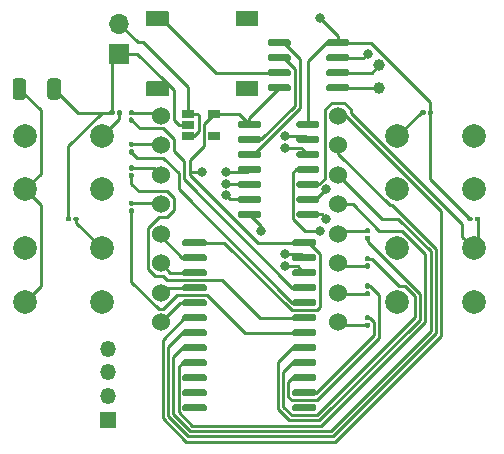
<source format=gtl>
G04 #@! TF.GenerationSoftware,KiCad,Pcbnew,5.1.10*
G04 #@! TF.CreationDate,2021-12-20T19:27:34-06:00*
G04 #@! TF.ProjectId,notawatch,6e6f7461-7761-4746-9368-2e6b69636164,rev?*
G04 #@! TF.SameCoordinates,Original*
G04 #@! TF.FileFunction,Copper,L1,Top*
G04 #@! TF.FilePolarity,Positive*
%FSLAX46Y46*%
G04 Gerber Fmt 4.6, Leading zero omitted, Abs format (unit mm)*
G04 Created by KiCad (PCBNEW 5.1.10) date 2021-12-20 19:27:34*
%MOMM*%
%LPD*%
G01*
G04 APERTURE LIST*
G04 #@! TA.AperFunction,SMDPad,CuDef*
%ADD10C,0.100000*%
G04 #@! TD*
G04 #@! TA.AperFunction,ComponentPad*
%ADD11O,1.350000X1.350000*%
G04 #@! TD*
G04 #@! TA.AperFunction,ComponentPad*
%ADD12R,1.350000X1.350000*%
G04 #@! TD*
G04 #@! TA.AperFunction,ComponentPad*
%ADD13C,1.000000*%
G04 #@! TD*
G04 #@! TA.AperFunction,ComponentPad*
%ADD14C,1.524000*%
G04 #@! TD*
G04 #@! TA.AperFunction,ComponentPad*
%ADD15C,2.000000*%
G04 #@! TD*
G04 #@! TA.AperFunction,SMDPad,CuDef*
%ADD16R,1.060000X0.650000*%
G04 #@! TD*
G04 #@! TA.AperFunction,ComponentPad*
%ADD17R,1.700000X1.700000*%
G04 #@! TD*
G04 #@! TA.AperFunction,ComponentPad*
%ADD18O,1.700000X1.700000*%
G04 #@! TD*
G04 #@! TA.AperFunction,ViaPad*
%ADD19C,0.800000*%
G04 #@! TD*
G04 #@! TA.AperFunction,Conductor*
%ADD20C,0.250000*%
G04 #@! TD*
G04 APERTURE END LIST*
G04 #@! TA.AperFunction,SMDPad,CuDef*
D10*
G36*
X152689755Y-91350961D02*
G01*
X152699134Y-91353806D01*
X152707779Y-91358427D01*
X152715355Y-91364645D01*
X152721573Y-91372221D01*
X152726194Y-91380866D01*
X152729039Y-91390245D01*
X152730000Y-91400000D01*
X152730000Y-92550000D01*
X152729039Y-92559755D01*
X152726194Y-92569134D01*
X152721573Y-92577779D01*
X152715355Y-92585355D01*
X152707779Y-92591573D01*
X152699134Y-92596194D01*
X152689755Y-92599039D01*
X152680000Y-92600000D01*
X150900000Y-92600000D01*
X150890245Y-92599039D01*
X150880866Y-92596194D01*
X150872221Y-92591573D01*
X150864645Y-92585355D01*
X150858427Y-92577779D01*
X150853806Y-92569134D01*
X150850961Y-92559755D01*
X150850000Y-92550000D01*
X150850000Y-91400000D01*
X150850961Y-91390245D01*
X150853806Y-91380866D01*
X150858427Y-91372221D01*
X150864645Y-91364645D01*
X150872221Y-91358427D01*
X150880866Y-91353806D01*
X150890245Y-91350961D01*
X150900000Y-91350000D01*
X152680000Y-91350000D01*
X152689755Y-91350961D01*
G37*
G04 #@! TD.AperFunction*
G04 #@! TA.AperFunction,SMDPad,CuDef*
G36*
X152689755Y-85400961D02*
G01*
X152699134Y-85403806D01*
X152707779Y-85408427D01*
X152715355Y-85414645D01*
X152721573Y-85422221D01*
X152726194Y-85430866D01*
X152729039Y-85440245D01*
X152730000Y-85450000D01*
X152730000Y-86600000D01*
X152729039Y-86609755D01*
X152726194Y-86619134D01*
X152721573Y-86627779D01*
X152715355Y-86635355D01*
X152707779Y-86641573D01*
X152699134Y-86646194D01*
X152689755Y-86649039D01*
X152680000Y-86650000D01*
X150900000Y-86650000D01*
X150890245Y-86649039D01*
X150880866Y-86646194D01*
X150872221Y-86641573D01*
X150864645Y-86635355D01*
X150858427Y-86627779D01*
X150853806Y-86619134D01*
X150850961Y-86609755D01*
X150850000Y-86600000D01*
X150850000Y-85450000D01*
X150850961Y-85440245D01*
X150853806Y-85430866D01*
X150858427Y-85422221D01*
X150864645Y-85414645D01*
X150872221Y-85408427D01*
X150880866Y-85403806D01*
X150890245Y-85400961D01*
X150900000Y-85400000D01*
X152680000Y-85400000D01*
X152689755Y-85400961D01*
G37*
G04 #@! TD.AperFunction*
G04 #@! TA.AperFunction,SMDPad,CuDef*
G36*
X145109755Y-91350961D02*
G01*
X145119134Y-91353806D01*
X145127779Y-91358427D01*
X145135355Y-91364645D01*
X145141573Y-91372221D01*
X145146194Y-91380866D01*
X145149039Y-91390245D01*
X145150000Y-91400000D01*
X145150000Y-92550000D01*
X145149039Y-92559755D01*
X145146194Y-92569134D01*
X145141573Y-92577779D01*
X145135355Y-92585355D01*
X145127779Y-92591573D01*
X145119134Y-92596194D01*
X145109755Y-92599039D01*
X145100000Y-92600000D01*
X143320000Y-92600000D01*
X143310245Y-92599039D01*
X143300866Y-92596194D01*
X143292221Y-92591573D01*
X143284645Y-92585355D01*
X143278427Y-92577779D01*
X143273806Y-92569134D01*
X143270961Y-92559755D01*
X143270000Y-92550000D01*
X143270000Y-91400000D01*
X143270961Y-91390245D01*
X143273806Y-91380866D01*
X143278427Y-91372221D01*
X143284645Y-91364645D01*
X143292221Y-91358427D01*
X143300866Y-91353806D01*
X143310245Y-91350961D01*
X143320000Y-91350000D01*
X145100000Y-91350000D01*
X145109755Y-91350961D01*
G37*
G04 #@! TD.AperFunction*
G04 #@! TA.AperFunction,SMDPad,CuDef*
G36*
X145109755Y-85400961D02*
G01*
X145119134Y-85403806D01*
X145127779Y-85408427D01*
X145135355Y-85414645D01*
X145141573Y-85422221D01*
X145146194Y-85430866D01*
X145149039Y-85440245D01*
X145150000Y-85450000D01*
X145150000Y-86600000D01*
X145149039Y-86609755D01*
X145146194Y-86619134D01*
X145141573Y-86627779D01*
X145135355Y-86635355D01*
X145127779Y-86641573D01*
X145119134Y-86646194D01*
X145109755Y-86649039D01*
X145100000Y-86650000D01*
X143320000Y-86650000D01*
X143310245Y-86649039D01*
X143300866Y-86646194D01*
X143292221Y-86641573D01*
X143284645Y-86635355D01*
X143278427Y-86627779D01*
X143273806Y-86619134D01*
X143270961Y-86609755D01*
X143270000Y-86600000D01*
X143270000Y-85450000D01*
X143270961Y-85440245D01*
X143273806Y-85430866D01*
X143278427Y-85422221D01*
X143284645Y-85414645D01*
X143292221Y-85408427D01*
X143300866Y-85403806D01*
X143310245Y-85400961D01*
X143320000Y-85400000D01*
X145100000Y-85400000D01*
X145109755Y-85400961D01*
G37*
G04 #@! TD.AperFunction*
G04 #@! TA.AperFunction,SMDPad,CuDef*
G36*
G01*
X131950000Y-92650001D02*
X131950000Y-91349999D01*
G75*
G02*
X132199999Y-91100000I249999J0D01*
G01*
X132850001Y-91100000D01*
G75*
G02*
X133100000Y-91349999I0J-249999D01*
G01*
X133100000Y-92650001D01*
G75*
G02*
X132850001Y-92900000I-249999J0D01*
G01*
X132199999Y-92900000D01*
G75*
G02*
X131950000Y-92650001I0J249999D01*
G01*
G37*
G04 #@! TD.AperFunction*
G04 #@! TA.AperFunction,SMDPad,CuDef*
G36*
G01*
X134900000Y-92650001D02*
X134900000Y-91349999D01*
G75*
G02*
X135149999Y-91100000I249999J0D01*
G01*
X135800001Y-91100000D01*
G75*
G02*
X136050000Y-91349999I0J-249999D01*
G01*
X136050000Y-92650001D01*
G75*
G02*
X135800001Y-92900000I-249999J0D01*
G01*
X135149999Y-92900000D01*
G75*
G02*
X134900000Y-92650001I0J249999D01*
G01*
G37*
G04 #@! TD.AperFunction*
D11*
X140000000Y-114000000D03*
X140000000Y-116000000D03*
X140000000Y-118000000D03*
D12*
X140000000Y-120000000D03*
G04 #@! TA.AperFunction,SMDPad,CuDef*
G36*
G01*
X155975000Y-95150000D02*
X155975000Y-94850000D01*
G75*
G02*
X156125000Y-94700000I150000J0D01*
G01*
X157775000Y-94700000D01*
G75*
G02*
X157925000Y-94850000I0J-150000D01*
G01*
X157925000Y-95150000D01*
G75*
G02*
X157775000Y-95300000I-150000J0D01*
G01*
X156125000Y-95300000D01*
G75*
G02*
X155975000Y-95150000I0J150000D01*
G01*
G37*
G04 #@! TD.AperFunction*
G04 #@! TA.AperFunction,SMDPad,CuDef*
G36*
G01*
X155975000Y-96420000D02*
X155975000Y-96120000D01*
G75*
G02*
X156125000Y-95970000I150000J0D01*
G01*
X157775000Y-95970000D01*
G75*
G02*
X157925000Y-96120000I0J-150000D01*
G01*
X157925000Y-96420000D01*
G75*
G02*
X157775000Y-96570000I-150000J0D01*
G01*
X156125000Y-96570000D01*
G75*
G02*
X155975000Y-96420000I0J150000D01*
G01*
G37*
G04 #@! TD.AperFunction*
G04 #@! TA.AperFunction,SMDPad,CuDef*
G36*
G01*
X155975000Y-97690000D02*
X155975000Y-97390000D01*
G75*
G02*
X156125000Y-97240000I150000J0D01*
G01*
X157775000Y-97240000D01*
G75*
G02*
X157925000Y-97390000I0J-150000D01*
G01*
X157925000Y-97690000D01*
G75*
G02*
X157775000Y-97840000I-150000J0D01*
G01*
X156125000Y-97840000D01*
G75*
G02*
X155975000Y-97690000I0J150000D01*
G01*
G37*
G04 #@! TD.AperFunction*
G04 #@! TA.AperFunction,SMDPad,CuDef*
G36*
G01*
X155975000Y-98960000D02*
X155975000Y-98660000D01*
G75*
G02*
X156125000Y-98510000I150000J0D01*
G01*
X157775000Y-98510000D01*
G75*
G02*
X157925000Y-98660000I0J-150000D01*
G01*
X157925000Y-98960000D01*
G75*
G02*
X157775000Y-99110000I-150000J0D01*
G01*
X156125000Y-99110000D01*
G75*
G02*
X155975000Y-98960000I0J150000D01*
G01*
G37*
G04 #@! TD.AperFunction*
G04 #@! TA.AperFunction,SMDPad,CuDef*
G36*
G01*
X155975000Y-100230000D02*
X155975000Y-99930000D01*
G75*
G02*
X156125000Y-99780000I150000J0D01*
G01*
X157775000Y-99780000D01*
G75*
G02*
X157925000Y-99930000I0J-150000D01*
G01*
X157925000Y-100230000D01*
G75*
G02*
X157775000Y-100380000I-150000J0D01*
G01*
X156125000Y-100380000D01*
G75*
G02*
X155975000Y-100230000I0J150000D01*
G01*
G37*
G04 #@! TD.AperFunction*
G04 #@! TA.AperFunction,SMDPad,CuDef*
G36*
G01*
X155975000Y-101500000D02*
X155975000Y-101200000D01*
G75*
G02*
X156125000Y-101050000I150000J0D01*
G01*
X157775000Y-101050000D01*
G75*
G02*
X157925000Y-101200000I0J-150000D01*
G01*
X157925000Y-101500000D01*
G75*
G02*
X157775000Y-101650000I-150000J0D01*
G01*
X156125000Y-101650000D01*
G75*
G02*
X155975000Y-101500000I0J150000D01*
G01*
G37*
G04 #@! TD.AperFunction*
G04 #@! TA.AperFunction,SMDPad,CuDef*
G36*
G01*
X155975000Y-102770000D02*
X155975000Y-102470000D01*
G75*
G02*
X156125000Y-102320000I150000J0D01*
G01*
X157775000Y-102320000D01*
G75*
G02*
X157925000Y-102470000I0J-150000D01*
G01*
X157925000Y-102770000D01*
G75*
G02*
X157775000Y-102920000I-150000J0D01*
G01*
X156125000Y-102920000D01*
G75*
G02*
X155975000Y-102770000I0J150000D01*
G01*
G37*
G04 #@! TD.AperFunction*
G04 #@! TA.AperFunction,SMDPad,CuDef*
G36*
G01*
X151025000Y-102770000D02*
X151025000Y-102470000D01*
G75*
G02*
X151175000Y-102320000I150000J0D01*
G01*
X152825000Y-102320000D01*
G75*
G02*
X152975000Y-102470000I0J-150000D01*
G01*
X152975000Y-102770000D01*
G75*
G02*
X152825000Y-102920000I-150000J0D01*
G01*
X151175000Y-102920000D01*
G75*
G02*
X151025000Y-102770000I0J150000D01*
G01*
G37*
G04 #@! TD.AperFunction*
G04 #@! TA.AperFunction,SMDPad,CuDef*
G36*
G01*
X151025000Y-101500000D02*
X151025000Y-101200000D01*
G75*
G02*
X151175000Y-101050000I150000J0D01*
G01*
X152825000Y-101050000D01*
G75*
G02*
X152975000Y-101200000I0J-150000D01*
G01*
X152975000Y-101500000D01*
G75*
G02*
X152825000Y-101650000I-150000J0D01*
G01*
X151175000Y-101650000D01*
G75*
G02*
X151025000Y-101500000I0J150000D01*
G01*
G37*
G04 #@! TD.AperFunction*
G04 #@! TA.AperFunction,SMDPad,CuDef*
G36*
G01*
X151025000Y-100230000D02*
X151025000Y-99930000D01*
G75*
G02*
X151175000Y-99780000I150000J0D01*
G01*
X152825000Y-99780000D01*
G75*
G02*
X152975000Y-99930000I0J-150000D01*
G01*
X152975000Y-100230000D01*
G75*
G02*
X152825000Y-100380000I-150000J0D01*
G01*
X151175000Y-100380000D01*
G75*
G02*
X151025000Y-100230000I0J150000D01*
G01*
G37*
G04 #@! TD.AperFunction*
G04 #@! TA.AperFunction,SMDPad,CuDef*
G36*
G01*
X151025000Y-98960000D02*
X151025000Y-98660000D01*
G75*
G02*
X151175000Y-98510000I150000J0D01*
G01*
X152825000Y-98510000D01*
G75*
G02*
X152975000Y-98660000I0J-150000D01*
G01*
X152975000Y-98960000D01*
G75*
G02*
X152825000Y-99110000I-150000J0D01*
G01*
X151175000Y-99110000D01*
G75*
G02*
X151025000Y-98960000I0J150000D01*
G01*
G37*
G04 #@! TD.AperFunction*
G04 #@! TA.AperFunction,SMDPad,CuDef*
G36*
G01*
X151025000Y-97690000D02*
X151025000Y-97390000D01*
G75*
G02*
X151175000Y-97240000I150000J0D01*
G01*
X152825000Y-97240000D01*
G75*
G02*
X152975000Y-97390000I0J-150000D01*
G01*
X152975000Y-97690000D01*
G75*
G02*
X152825000Y-97840000I-150000J0D01*
G01*
X151175000Y-97840000D01*
G75*
G02*
X151025000Y-97690000I0J150000D01*
G01*
G37*
G04 #@! TD.AperFunction*
G04 #@! TA.AperFunction,SMDPad,CuDef*
G36*
G01*
X151025000Y-96420000D02*
X151025000Y-96120000D01*
G75*
G02*
X151175000Y-95970000I150000J0D01*
G01*
X152825000Y-95970000D01*
G75*
G02*
X152975000Y-96120000I0J-150000D01*
G01*
X152975000Y-96420000D01*
G75*
G02*
X152825000Y-96570000I-150000J0D01*
G01*
X151175000Y-96570000D01*
G75*
G02*
X151025000Y-96420000I0J150000D01*
G01*
G37*
G04 #@! TD.AperFunction*
G04 #@! TA.AperFunction,SMDPad,CuDef*
G36*
G01*
X151025000Y-95150000D02*
X151025000Y-94850000D01*
G75*
G02*
X151175000Y-94700000I150000J0D01*
G01*
X152825000Y-94700000D01*
G75*
G02*
X152975000Y-94850000I0J-150000D01*
G01*
X152975000Y-95150000D01*
G75*
G02*
X152825000Y-95300000I-150000J0D01*
G01*
X151175000Y-95300000D01*
G75*
G02*
X151025000Y-95150000I0J150000D01*
G01*
G37*
G04 #@! TD.AperFunction*
D13*
X163000000Y-90000000D03*
X163000000Y-91900000D03*
D14*
X159500000Y-111750000D03*
X159500000Y-109250000D03*
X159500000Y-106750000D03*
X159500000Y-104250000D03*
X159500000Y-94250000D03*
X159500000Y-96750000D03*
X159500000Y-99250000D03*
X159500000Y-101750000D03*
X144500000Y-111750000D03*
X144500000Y-109250000D03*
X144500000Y-106750000D03*
X144500000Y-94250000D03*
X144500000Y-96750000D03*
X144500000Y-99250000D03*
X144500000Y-104250000D03*
X144500000Y-101750000D03*
G04 #@! TA.AperFunction,SMDPad,CuDef*
G36*
G01*
X155625000Y-105165000D02*
X155625000Y-104865000D01*
G75*
G02*
X155775000Y-104715000I150000J0D01*
G01*
X157525000Y-104715000D01*
G75*
G02*
X157675000Y-104865000I0J-150000D01*
G01*
X157675000Y-105165000D01*
G75*
G02*
X157525000Y-105315000I-150000J0D01*
G01*
X155775000Y-105315000D01*
G75*
G02*
X155625000Y-105165000I0J150000D01*
G01*
G37*
G04 #@! TD.AperFunction*
G04 #@! TA.AperFunction,SMDPad,CuDef*
G36*
G01*
X155625000Y-106435000D02*
X155625000Y-106135000D01*
G75*
G02*
X155775000Y-105985000I150000J0D01*
G01*
X157525000Y-105985000D01*
G75*
G02*
X157675000Y-106135000I0J-150000D01*
G01*
X157675000Y-106435000D01*
G75*
G02*
X157525000Y-106585000I-150000J0D01*
G01*
X155775000Y-106585000D01*
G75*
G02*
X155625000Y-106435000I0J150000D01*
G01*
G37*
G04 #@! TD.AperFunction*
G04 #@! TA.AperFunction,SMDPad,CuDef*
G36*
G01*
X155625000Y-107705000D02*
X155625000Y-107405000D01*
G75*
G02*
X155775000Y-107255000I150000J0D01*
G01*
X157525000Y-107255000D01*
G75*
G02*
X157675000Y-107405000I0J-150000D01*
G01*
X157675000Y-107705000D01*
G75*
G02*
X157525000Y-107855000I-150000J0D01*
G01*
X155775000Y-107855000D01*
G75*
G02*
X155625000Y-107705000I0J150000D01*
G01*
G37*
G04 #@! TD.AperFunction*
G04 #@! TA.AperFunction,SMDPad,CuDef*
G36*
G01*
X155625000Y-108975000D02*
X155625000Y-108675000D01*
G75*
G02*
X155775000Y-108525000I150000J0D01*
G01*
X157525000Y-108525000D01*
G75*
G02*
X157675000Y-108675000I0J-150000D01*
G01*
X157675000Y-108975000D01*
G75*
G02*
X157525000Y-109125000I-150000J0D01*
G01*
X155775000Y-109125000D01*
G75*
G02*
X155625000Y-108975000I0J150000D01*
G01*
G37*
G04 #@! TD.AperFunction*
G04 #@! TA.AperFunction,SMDPad,CuDef*
G36*
G01*
X155625000Y-110245000D02*
X155625000Y-109945000D01*
G75*
G02*
X155775000Y-109795000I150000J0D01*
G01*
X157525000Y-109795000D01*
G75*
G02*
X157675000Y-109945000I0J-150000D01*
G01*
X157675000Y-110245000D01*
G75*
G02*
X157525000Y-110395000I-150000J0D01*
G01*
X155775000Y-110395000D01*
G75*
G02*
X155625000Y-110245000I0J150000D01*
G01*
G37*
G04 #@! TD.AperFunction*
G04 #@! TA.AperFunction,SMDPad,CuDef*
G36*
G01*
X155625000Y-111515000D02*
X155625000Y-111215000D01*
G75*
G02*
X155775000Y-111065000I150000J0D01*
G01*
X157525000Y-111065000D01*
G75*
G02*
X157675000Y-111215000I0J-150000D01*
G01*
X157675000Y-111515000D01*
G75*
G02*
X157525000Y-111665000I-150000J0D01*
G01*
X155775000Y-111665000D01*
G75*
G02*
X155625000Y-111515000I0J150000D01*
G01*
G37*
G04 #@! TD.AperFunction*
G04 #@! TA.AperFunction,SMDPad,CuDef*
G36*
G01*
X155625000Y-112785000D02*
X155625000Y-112485000D01*
G75*
G02*
X155775000Y-112335000I150000J0D01*
G01*
X157525000Y-112335000D01*
G75*
G02*
X157675000Y-112485000I0J-150000D01*
G01*
X157675000Y-112785000D01*
G75*
G02*
X157525000Y-112935000I-150000J0D01*
G01*
X155775000Y-112935000D01*
G75*
G02*
X155625000Y-112785000I0J150000D01*
G01*
G37*
G04 #@! TD.AperFunction*
G04 #@! TA.AperFunction,SMDPad,CuDef*
G36*
G01*
X155625000Y-114055000D02*
X155625000Y-113755000D01*
G75*
G02*
X155775000Y-113605000I150000J0D01*
G01*
X157525000Y-113605000D01*
G75*
G02*
X157675000Y-113755000I0J-150000D01*
G01*
X157675000Y-114055000D01*
G75*
G02*
X157525000Y-114205000I-150000J0D01*
G01*
X155775000Y-114205000D01*
G75*
G02*
X155625000Y-114055000I0J150000D01*
G01*
G37*
G04 #@! TD.AperFunction*
G04 #@! TA.AperFunction,SMDPad,CuDef*
G36*
G01*
X155625000Y-115325000D02*
X155625000Y-115025000D01*
G75*
G02*
X155775000Y-114875000I150000J0D01*
G01*
X157525000Y-114875000D01*
G75*
G02*
X157675000Y-115025000I0J-150000D01*
G01*
X157675000Y-115325000D01*
G75*
G02*
X157525000Y-115475000I-150000J0D01*
G01*
X155775000Y-115475000D01*
G75*
G02*
X155625000Y-115325000I0J150000D01*
G01*
G37*
G04 #@! TD.AperFunction*
G04 #@! TA.AperFunction,SMDPad,CuDef*
G36*
G01*
X155625000Y-116595000D02*
X155625000Y-116295000D01*
G75*
G02*
X155775000Y-116145000I150000J0D01*
G01*
X157525000Y-116145000D01*
G75*
G02*
X157675000Y-116295000I0J-150000D01*
G01*
X157675000Y-116595000D01*
G75*
G02*
X157525000Y-116745000I-150000J0D01*
G01*
X155775000Y-116745000D01*
G75*
G02*
X155625000Y-116595000I0J150000D01*
G01*
G37*
G04 #@! TD.AperFunction*
G04 #@! TA.AperFunction,SMDPad,CuDef*
G36*
G01*
X155625000Y-117865000D02*
X155625000Y-117565000D01*
G75*
G02*
X155775000Y-117415000I150000J0D01*
G01*
X157525000Y-117415000D01*
G75*
G02*
X157675000Y-117565000I0J-150000D01*
G01*
X157675000Y-117865000D01*
G75*
G02*
X157525000Y-118015000I-150000J0D01*
G01*
X155775000Y-118015000D01*
G75*
G02*
X155625000Y-117865000I0J150000D01*
G01*
G37*
G04 #@! TD.AperFunction*
G04 #@! TA.AperFunction,SMDPad,CuDef*
G36*
G01*
X155625000Y-119135000D02*
X155625000Y-118835000D01*
G75*
G02*
X155775000Y-118685000I150000J0D01*
G01*
X157525000Y-118685000D01*
G75*
G02*
X157675000Y-118835000I0J-150000D01*
G01*
X157675000Y-119135000D01*
G75*
G02*
X157525000Y-119285000I-150000J0D01*
G01*
X155775000Y-119285000D01*
G75*
G02*
X155625000Y-119135000I0J150000D01*
G01*
G37*
G04 #@! TD.AperFunction*
G04 #@! TA.AperFunction,SMDPad,CuDef*
G36*
G01*
X146325000Y-119135000D02*
X146325000Y-118835000D01*
G75*
G02*
X146475000Y-118685000I150000J0D01*
G01*
X148225000Y-118685000D01*
G75*
G02*
X148375000Y-118835000I0J-150000D01*
G01*
X148375000Y-119135000D01*
G75*
G02*
X148225000Y-119285000I-150000J0D01*
G01*
X146475000Y-119285000D01*
G75*
G02*
X146325000Y-119135000I0J150000D01*
G01*
G37*
G04 #@! TD.AperFunction*
G04 #@! TA.AperFunction,SMDPad,CuDef*
G36*
G01*
X146325000Y-117865000D02*
X146325000Y-117565000D01*
G75*
G02*
X146475000Y-117415000I150000J0D01*
G01*
X148225000Y-117415000D01*
G75*
G02*
X148375000Y-117565000I0J-150000D01*
G01*
X148375000Y-117865000D01*
G75*
G02*
X148225000Y-118015000I-150000J0D01*
G01*
X146475000Y-118015000D01*
G75*
G02*
X146325000Y-117865000I0J150000D01*
G01*
G37*
G04 #@! TD.AperFunction*
G04 #@! TA.AperFunction,SMDPad,CuDef*
G36*
G01*
X146325000Y-116595000D02*
X146325000Y-116295000D01*
G75*
G02*
X146475000Y-116145000I150000J0D01*
G01*
X148225000Y-116145000D01*
G75*
G02*
X148375000Y-116295000I0J-150000D01*
G01*
X148375000Y-116595000D01*
G75*
G02*
X148225000Y-116745000I-150000J0D01*
G01*
X146475000Y-116745000D01*
G75*
G02*
X146325000Y-116595000I0J150000D01*
G01*
G37*
G04 #@! TD.AperFunction*
G04 #@! TA.AperFunction,SMDPad,CuDef*
G36*
G01*
X146325000Y-115325000D02*
X146325000Y-115025000D01*
G75*
G02*
X146475000Y-114875000I150000J0D01*
G01*
X148225000Y-114875000D01*
G75*
G02*
X148375000Y-115025000I0J-150000D01*
G01*
X148375000Y-115325000D01*
G75*
G02*
X148225000Y-115475000I-150000J0D01*
G01*
X146475000Y-115475000D01*
G75*
G02*
X146325000Y-115325000I0J150000D01*
G01*
G37*
G04 #@! TD.AperFunction*
G04 #@! TA.AperFunction,SMDPad,CuDef*
G36*
G01*
X146325000Y-114055000D02*
X146325000Y-113755000D01*
G75*
G02*
X146475000Y-113605000I150000J0D01*
G01*
X148225000Y-113605000D01*
G75*
G02*
X148375000Y-113755000I0J-150000D01*
G01*
X148375000Y-114055000D01*
G75*
G02*
X148225000Y-114205000I-150000J0D01*
G01*
X146475000Y-114205000D01*
G75*
G02*
X146325000Y-114055000I0J150000D01*
G01*
G37*
G04 #@! TD.AperFunction*
G04 #@! TA.AperFunction,SMDPad,CuDef*
G36*
G01*
X146325000Y-112785000D02*
X146325000Y-112485000D01*
G75*
G02*
X146475000Y-112335000I150000J0D01*
G01*
X148225000Y-112335000D01*
G75*
G02*
X148375000Y-112485000I0J-150000D01*
G01*
X148375000Y-112785000D01*
G75*
G02*
X148225000Y-112935000I-150000J0D01*
G01*
X146475000Y-112935000D01*
G75*
G02*
X146325000Y-112785000I0J150000D01*
G01*
G37*
G04 #@! TD.AperFunction*
G04 #@! TA.AperFunction,SMDPad,CuDef*
G36*
G01*
X146325000Y-111515000D02*
X146325000Y-111215000D01*
G75*
G02*
X146475000Y-111065000I150000J0D01*
G01*
X148225000Y-111065000D01*
G75*
G02*
X148375000Y-111215000I0J-150000D01*
G01*
X148375000Y-111515000D01*
G75*
G02*
X148225000Y-111665000I-150000J0D01*
G01*
X146475000Y-111665000D01*
G75*
G02*
X146325000Y-111515000I0J150000D01*
G01*
G37*
G04 #@! TD.AperFunction*
G04 #@! TA.AperFunction,SMDPad,CuDef*
G36*
G01*
X146325000Y-110245000D02*
X146325000Y-109945000D01*
G75*
G02*
X146475000Y-109795000I150000J0D01*
G01*
X148225000Y-109795000D01*
G75*
G02*
X148375000Y-109945000I0J-150000D01*
G01*
X148375000Y-110245000D01*
G75*
G02*
X148225000Y-110395000I-150000J0D01*
G01*
X146475000Y-110395000D01*
G75*
G02*
X146325000Y-110245000I0J150000D01*
G01*
G37*
G04 #@! TD.AperFunction*
G04 #@! TA.AperFunction,SMDPad,CuDef*
G36*
G01*
X146325000Y-108975000D02*
X146325000Y-108675000D01*
G75*
G02*
X146475000Y-108525000I150000J0D01*
G01*
X148225000Y-108525000D01*
G75*
G02*
X148375000Y-108675000I0J-150000D01*
G01*
X148375000Y-108975000D01*
G75*
G02*
X148225000Y-109125000I-150000J0D01*
G01*
X146475000Y-109125000D01*
G75*
G02*
X146325000Y-108975000I0J150000D01*
G01*
G37*
G04 #@! TD.AperFunction*
G04 #@! TA.AperFunction,SMDPad,CuDef*
G36*
G01*
X146325000Y-107705000D02*
X146325000Y-107405000D01*
G75*
G02*
X146475000Y-107255000I150000J0D01*
G01*
X148225000Y-107255000D01*
G75*
G02*
X148375000Y-107405000I0J-150000D01*
G01*
X148375000Y-107705000D01*
G75*
G02*
X148225000Y-107855000I-150000J0D01*
G01*
X146475000Y-107855000D01*
G75*
G02*
X146325000Y-107705000I0J150000D01*
G01*
G37*
G04 #@! TD.AperFunction*
G04 #@! TA.AperFunction,SMDPad,CuDef*
G36*
G01*
X146325000Y-106435000D02*
X146325000Y-106135000D01*
G75*
G02*
X146475000Y-105985000I150000J0D01*
G01*
X148225000Y-105985000D01*
G75*
G02*
X148375000Y-106135000I0J-150000D01*
G01*
X148375000Y-106435000D01*
G75*
G02*
X148225000Y-106585000I-150000J0D01*
G01*
X146475000Y-106585000D01*
G75*
G02*
X146325000Y-106435000I0J150000D01*
G01*
G37*
G04 #@! TD.AperFunction*
G04 #@! TA.AperFunction,SMDPad,CuDef*
G36*
G01*
X146325000Y-105165000D02*
X146325000Y-104865000D01*
G75*
G02*
X146475000Y-104715000I150000J0D01*
G01*
X148225000Y-104715000D01*
G75*
G02*
X148375000Y-104865000I0J-150000D01*
G01*
X148375000Y-105165000D01*
G75*
G02*
X148225000Y-105315000I-150000J0D01*
G01*
X146475000Y-105315000D01*
G75*
G02*
X146325000Y-105165000I0J150000D01*
G01*
G37*
G04 #@! TD.AperFunction*
G04 #@! TA.AperFunction,SMDPad,CuDef*
G36*
G01*
X160450000Y-91755000D02*
X160450000Y-92055000D01*
G75*
G02*
X160300000Y-92205000I-150000J0D01*
G01*
X158650000Y-92205000D01*
G75*
G02*
X158500000Y-92055000I0J150000D01*
G01*
X158500000Y-91755000D01*
G75*
G02*
X158650000Y-91605000I150000J0D01*
G01*
X160300000Y-91605000D01*
G75*
G02*
X160450000Y-91755000I0J-150000D01*
G01*
G37*
G04 #@! TD.AperFunction*
G04 #@! TA.AperFunction,SMDPad,CuDef*
G36*
G01*
X160450000Y-90485000D02*
X160450000Y-90785000D01*
G75*
G02*
X160300000Y-90935000I-150000J0D01*
G01*
X158650000Y-90935000D01*
G75*
G02*
X158500000Y-90785000I0J150000D01*
G01*
X158500000Y-90485000D01*
G75*
G02*
X158650000Y-90335000I150000J0D01*
G01*
X160300000Y-90335000D01*
G75*
G02*
X160450000Y-90485000I0J-150000D01*
G01*
G37*
G04 #@! TD.AperFunction*
G04 #@! TA.AperFunction,SMDPad,CuDef*
G36*
G01*
X160450000Y-89215000D02*
X160450000Y-89515000D01*
G75*
G02*
X160300000Y-89665000I-150000J0D01*
G01*
X158650000Y-89665000D01*
G75*
G02*
X158500000Y-89515000I0J150000D01*
G01*
X158500000Y-89215000D01*
G75*
G02*
X158650000Y-89065000I150000J0D01*
G01*
X160300000Y-89065000D01*
G75*
G02*
X160450000Y-89215000I0J-150000D01*
G01*
G37*
G04 #@! TD.AperFunction*
G04 #@! TA.AperFunction,SMDPad,CuDef*
G36*
G01*
X160450000Y-87945000D02*
X160450000Y-88245000D01*
G75*
G02*
X160300000Y-88395000I-150000J0D01*
G01*
X158650000Y-88395000D01*
G75*
G02*
X158500000Y-88245000I0J150000D01*
G01*
X158500000Y-87945000D01*
G75*
G02*
X158650000Y-87795000I150000J0D01*
G01*
X160300000Y-87795000D01*
G75*
G02*
X160450000Y-87945000I0J-150000D01*
G01*
G37*
G04 #@! TD.AperFunction*
G04 #@! TA.AperFunction,SMDPad,CuDef*
G36*
G01*
X155500000Y-87945000D02*
X155500000Y-88245000D01*
G75*
G02*
X155350000Y-88395000I-150000J0D01*
G01*
X153700000Y-88395000D01*
G75*
G02*
X153550000Y-88245000I0J150000D01*
G01*
X153550000Y-87945000D01*
G75*
G02*
X153700000Y-87795000I150000J0D01*
G01*
X155350000Y-87795000D01*
G75*
G02*
X155500000Y-87945000I0J-150000D01*
G01*
G37*
G04 #@! TD.AperFunction*
G04 #@! TA.AperFunction,SMDPad,CuDef*
G36*
G01*
X155500000Y-89215000D02*
X155500000Y-89515000D01*
G75*
G02*
X155350000Y-89665000I-150000J0D01*
G01*
X153700000Y-89665000D01*
G75*
G02*
X153550000Y-89515000I0J150000D01*
G01*
X153550000Y-89215000D01*
G75*
G02*
X153700000Y-89065000I150000J0D01*
G01*
X155350000Y-89065000D01*
G75*
G02*
X155500000Y-89215000I0J-150000D01*
G01*
G37*
G04 #@! TD.AperFunction*
G04 #@! TA.AperFunction,SMDPad,CuDef*
G36*
G01*
X155500000Y-90485000D02*
X155500000Y-90785000D01*
G75*
G02*
X155350000Y-90935000I-150000J0D01*
G01*
X153700000Y-90935000D01*
G75*
G02*
X153550000Y-90785000I0J150000D01*
G01*
X153550000Y-90485000D01*
G75*
G02*
X153700000Y-90335000I150000J0D01*
G01*
X155350000Y-90335000D01*
G75*
G02*
X155500000Y-90485000I0J-150000D01*
G01*
G37*
G04 #@! TD.AperFunction*
G04 #@! TA.AperFunction,SMDPad,CuDef*
G36*
G01*
X155500000Y-91755000D02*
X155500000Y-92055000D01*
G75*
G02*
X155350000Y-92205000I-150000J0D01*
G01*
X153700000Y-92205000D01*
G75*
G02*
X153550000Y-92055000I0J150000D01*
G01*
X153550000Y-91755000D01*
G75*
G02*
X153700000Y-91605000I150000J0D01*
G01*
X155350000Y-91605000D01*
G75*
G02*
X155500000Y-91755000I0J-150000D01*
G01*
G37*
G04 #@! TD.AperFunction*
D15*
X171000000Y-105500000D03*
X171000000Y-110000000D03*
X164500000Y-105500000D03*
X164500000Y-110000000D03*
X171000000Y-96000000D03*
X171000000Y-100500000D03*
X164500000Y-96000000D03*
X164500000Y-100500000D03*
X139500000Y-105500000D03*
X139500000Y-110000000D03*
X133000000Y-105500000D03*
X133000000Y-110000000D03*
X139500000Y-96000000D03*
X139500000Y-100500000D03*
X133000000Y-96000000D03*
X133000000Y-100500000D03*
G04 #@! TA.AperFunction,SMDPad,CuDef*
G36*
G01*
X161900000Y-109090000D02*
X162100000Y-109090000D01*
G75*
G02*
X162200000Y-109190000I0J-100000D01*
G01*
X162200000Y-109450000D01*
G75*
G02*
X162100000Y-109550000I-100000J0D01*
G01*
X161900000Y-109550000D01*
G75*
G02*
X161800000Y-109450000I0J100000D01*
G01*
X161800000Y-109190000D01*
G75*
G02*
X161900000Y-109090000I100000J0D01*
G01*
G37*
G04 #@! TD.AperFunction*
G04 #@! TA.AperFunction,SMDPad,CuDef*
G36*
G01*
X161900000Y-108450000D02*
X162100000Y-108450000D01*
G75*
G02*
X162200000Y-108550000I0J-100000D01*
G01*
X162200000Y-108810000D01*
G75*
G02*
X162100000Y-108910000I-100000J0D01*
G01*
X161900000Y-108910000D01*
G75*
G02*
X161800000Y-108810000I0J100000D01*
G01*
X161800000Y-108550000D01*
G75*
G02*
X161900000Y-108450000I100000J0D01*
G01*
G37*
G04 #@! TD.AperFunction*
G04 #@! TA.AperFunction,SMDPad,CuDef*
G36*
G01*
X162100000Y-104230000D02*
X161900000Y-104230000D01*
G75*
G02*
X161800000Y-104130000I0J100000D01*
G01*
X161800000Y-103870000D01*
G75*
G02*
X161900000Y-103770000I100000J0D01*
G01*
X162100000Y-103770000D01*
G75*
G02*
X162200000Y-103870000I0J-100000D01*
G01*
X162200000Y-104130000D01*
G75*
G02*
X162100000Y-104230000I-100000J0D01*
G01*
G37*
G04 #@! TD.AperFunction*
G04 #@! TA.AperFunction,SMDPad,CuDef*
G36*
G01*
X162100000Y-104870000D02*
X161900000Y-104870000D01*
G75*
G02*
X161800000Y-104770000I0J100000D01*
G01*
X161800000Y-104510000D01*
G75*
G02*
X161900000Y-104410000I100000J0D01*
G01*
X162100000Y-104410000D01*
G75*
G02*
X162200000Y-104510000I0J-100000D01*
G01*
X162200000Y-104770000D01*
G75*
G02*
X162100000Y-104870000I-100000J0D01*
G01*
G37*
G04 #@! TD.AperFunction*
G04 #@! TA.AperFunction,SMDPad,CuDef*
G36*
G01*
X161900000Y-111770000D02*
X162100000Y-111770000D01*
G75*
G02*
X162200000Y-111870000I0J-100000D01*
G01*
X162200000Y-112130000D01*
G75*
G02*
X162100000Y-112230000I-100000J0D01*
G01*
X161900000Y-112230000D01*
G75*
G02*
X161800000Y-112130000I0J100000D01*
G01*
X161800000Y-111870000D01*
G75*
G02*
X161900000Y-111770000I100000J0D01*
G01*
G37*
G04 #@! TD.AperFunction*
G04 #@! TA.AperFunction,SMDPad,CuDef*
G36*
G01*
X161900000Y-111130000D02*
X162100000Y-111130000D01*
G75*
G02*
X162200000Y-111230000I0J-100000D01*
G01*
X162200000Y-111490000D01*
G75*
G02*
X162100000Y-111590000I-100000J0D01*
G01*
X161900000Y-111590000D01*
G75*
G02*
X161800000Y-111490000I0J100000D01*
G01*
X161800000Y-111230000D01*
G75*
G02*
X161900000Y-111130000I100000J0D01*
G01*
G37*
G04 #@! TD.AperFunction*
G04 #@! TA.AperFunction,SMDPad,CuDef*
G36*
G01*
X161900000Y-106770000D02*
X162100000Y-106770000D01*
G75*
G02*
X162200000Y-106870000I0J-100000D01*
G01*
X162200000Y-107130000D01*
G75*
G02*
X162100000Y-107230000I-100000J0D01*
G01*
X161900000Y-107230000D01*
G75*
G02*
X161800000Y-107130000I0J100000D01*
G01*
X161800000Y-106870000D01*
G75*
G02*
X161900000Y-106770000I100000J0D01*
G01*
G37*
G04 #@! TD.AperFunction*
G04 #@! TA.AperFunction,SMDPad,CuDef*
G36*
G01*
X161900000Y-106130000D02*
X162100000Y-106130000D01*
G75*
G02*
X162200000Y-106230000I0J-100000D01*
G01*
X162200000Y-106490000D01*
G75*
G02*
X162100000Y-106590000I-100000J0D01*
G01*
X161900000Y-106590000D01*
G75*
G02*
X161800000Y-106490000I0J100000D01*
G01*
X161800000Y-106230000D01*
G75*
G02*
X161900000Y-106130000I100000J0D01*
G01*
G37*
G04 #@! TD.AperFunction*
G04 #@! TA.AperFunction,SMDPad,CuDef*
G36*
G01*
X141900000Y-99090000D02*
X142100000Y-99090000D01*
G75*
G02*
X142200000Y-99190000I0J-100000D01*
G01*
X142200000Y-99450000D01*
G75*
G02*
X142100000Y-99550000I-100000J0D01*
G01*
X141900000Y-99550000D01*
G75*
G02*
X141800000Y-99450000I0J100000D01*
G01*
X141800000Y-99190000D01*
G75*
G02*
X141900000Y-99090000I100000J0D01*
G01*
G37*
G04 #@! TD.AperFunction*
G04 #@! TA.AperFunction,SMDPad,CuDef*
G36*
G01*
X141900000Y-98450000D02*
X142100000Y-98450000D01*
G75*
G02*
X142200000Y-98550000I0J-100000D01*
G01*
X142200000Y-98810000D01*
G75*
G02*
X142100000Y-98910000I-100000J0D01*
G01*
X141900000Y-98910000D01*
G75*
G02*
X141800000Y-98810000I0J100000D01*
G01*
X141800000Y-98550000D01*
G75*
G02*
X141900000Y-98450000I100000J0D01*
G01*
G37*
G04 #@! TD.AperFunction*
G04 #@! TA.AperFunction,SMDPad,CuDef*
G36*
G01*
X141900000Y-94410000D02*
X142100000Y-94410000D01*
G75*
G02*
X142200000Y-94510000I0J-100000D01*
G01*
X142200000Y-94770000D01*
G75*
G02*
X142100000Y-94870000I-100000J0D01*
G01*
X141900000Y-94870000D01*
G75*
G02*
X141800000Y-94770000I0J100000D01*
G01*
X141800000Y-94510000D01*
G75*
G02*
X141900000Y-94410000I100000J0D01*
G01*
G37*
G04 #@! TD.AperFunction*
G04 #@! TA.AperFunction,SMDPad,CuDef*
G36*
G01*
X141900000Y-93770000D02*
X142100000Y-93770000D01*
G75*
G02*
X142200000Y-93870000I0J-100000D01*
G01*
X142200000Y-94130000D01*
G75*
G02*
X142100000Y-94230000I-100000J0D01*
G01*
X141900000Y-94230000D01*
G75*
G02*
X141800000Y-94130000I0J100000D01*
G01*
X141800000Y-93870000D01*
G75*
G02*
X141900000Y-93770000I100000J0D01*
G01*
G37*
G04 #@! TD.AperFunction*
G04 #@! TA.AperFunction,SMDPad,CuDef*
G36*
G01*
X141900000Y-102090000D02*
X142100000Y-102090000D01*
G75*
G02*
X142200000Y-102190000I0J-100000D01*
G01*
X142200000Y-102450000D01*
G75*
G02*
X142100000Y-102550000I-100000J0D01*
G01*
X141900000Y-102550000D01*
G75*
G02*
X141800000Y-102450000I0J100000D01*
G01*
X141800000Y-102190000D01*
G75*
G02*
X141900000Y-102090000I100000J0D01*
G01*
G37*
G04 #@! TD.AperFunction*
G04 #@! TA.AperFunction,SMDPad,CuDef*
G36*
G01*
X141900000Y-101450000D02*
X142100000Y-101450000D01*
G75*
G02*
X142200000Y-101550000I0J-100000D01*
G01*
X142200000Y-101810000D01*
G75*
G02*
X142100000Y-101910000I-100000J0D01*
G01*
X141900000Y-101910000D01*
G75*
G02*
X141800000Y-101810000I0J100000D01*
G01*
X141800000Y-101550000D01*
G75*
G02*
X141900000Y-101450000I100000J0D01*
G01*
G37*
G04 #@! TD.AperFunction*
G04 #@! TA.AperFunction,SMDPad,CuDef*
G36*
G01*
X141900000Y-97090000D02*
X142100000Y-97090000D01*
G75*
G02*
X142200000Y-97190000I0J-100000D01*
G01*
X142200000Y-97450000D01*
G75*
G02*
X142100000Y-97550000I-100000J0D01*
G01*
X141900000Y-97550000D01*
G75*
G02*
X141800000Y-97450000I0J100000D01*
G01*
X141800000Y-97190000D01*
G75*
G02*
X141900000Y-97090000I100000J0D01*
G01*
G37*
G04 #@! TD.AperFunction*
G04 #@! TA.AperFunction,SMDPad,CuDef*
G36*
G01*
X141900000Y-96450000D02*
X142100000Y-96450000D01*
G75*
G02*
X142200000Y-96550000I0J-100000D01*
G01*
X142200000Y-96810000D01*
G75*
G02*
X142100000Y-96910000I-100000J0D01*
G01*
X141900000Y-96910000D01*
G75*
G02*
X141800000Y-96810000I0J100000D01*
G01*
X141800000Y-96550000D01*
G75*
G02*
X141900000Y-96450000I100000J0D01*
G01*
G37*
G04 #@! TD.AperFunction*
G04 #@! TA.AperFunction,SMDPad,CuDef*
G36*
G01*
X171090000Y-103100000D02*
X171090000Y-102900000D01*
G75*
G02*
X171190000Y-102800000I100000J0D01*
G01*
X171450000Y-102800000D01*
G75*
G02*
X171550000Y-102900000I0J-100000D01*
G01*
X171550000Y-103100000D01*
G75*
G02*
X171450000Y-103200000I-100000J0D01*
G01*
X171190000Y-103200000D01*
G75*
G02*
X171090000Y-103100000I0J100000D01*
G01*
G37*
G04 #@! TD.AperFunction*
G04 #@! TA.AperFunction,SMDPad,CuDef*
G36*
G01*
X170450000Y-103100000D02*
X170450000Y-102900000D01*
G75*
G02*
X170550000Y-102800000I100000J0D01*
G01*
X170810000Y-102800000D01*
G75*
G02*
X170910000Y-102900000I0J-100000D01*
G01*
X170910000Y-103100000D01*
G75*
G02*
X170810000Y-103200000I-100000J0D01*
G01*
X170550000Y-103200000D01*
G75*
G02*
X170450000Y-103100000I0J100000D01*
G01*
G37*
G04 #@! TD.AperFunction*
G04 #@! TA.AperFunction,SMDPad,CuDef*
G36*
G01*
X166910000Y-93900000D02*
X166910000Y-94100000D01*
G75*
G02*
X166810000Y-94200000I-100000J0D01*
G01*
X166550000Y-94200000D01*
G75*
G02*
X166450000Y-94100000I0J100000D01*
G01*
X166450000Y-93900000D01*
G75*
G02*
X166550000Y-93800000I100000J0D01*
G01*
X166810000Y-93800000D01*
G75*
G02*
X166910000Y-93900000I0J-100000D01*
G01*
G37*
G04 #@! TD.AperFunction*
G04 #@! TA.AperFunction,SMDPad,CuDef*
G36*
G01*
X167550000Y-93900000D02*
X167550000Y-94100000D01*
G75*
G02*
X167450000Y-94200000I-100000J0D01*
G01*
X167190000Y-94200000D01*
G75*
G02*
X167090000Y-94100000I0J100000D01*
G01*
X167090000Y-93900000D01*
G75*
G02*
X167190000Y-93800000I100000J0D01*
G01*
X167450000Y-93800000D01*
G75*
G02*
X167550000Y-93900000I0J-100000D01*
G01*
G37*
G04 #@! TD.AperFunction*
G04 #@! TA.AperFunction,SMDPad,CuDef*
G36*
G01*
X140770000Y-94100000D02*
X140770000Y-93900000D01*
G75*
G02*
X140870000Y-93800000I100000J0D01*
G01*
X141130000Y-93800000D01*
G75*
G02*
X141230000Y-93900000I0J-100000D01*
G01*
X141230000Y-94100000D01*
G75*
G02*
X141130000Y-94200000I-100000J0D01*
G01*
X140870000Y-94200000D01*
G75*
G02*
X140770000Y-94100000I0J100000D01*
G01*
G37*
G04 #@! TD.AperFunction*
G04 #@! TA.AperFunction,SMDPad,CuDef*
G36*
G01*
X140130000Y-94100000D02*
X140130000Y-93900000D01*
G75*
G02*
X140230000Y-93800000I100000J0D01*
G01*
X140490000Y-93800000D01*
G75*
G02*
X140590000Y-93900000I0J-100000D01*
G01*
X140590000Y-94100000D01*
G75*
G02*
X140490000Y-94200000I-100000J0D01*
G01*
X140230000Y-94200000D01*
G75*
G02*
X140130000Y-94100000I0J100000D01*
G01*
G37*
G04 #@! TD.AperFunction*
G04 #@! TA.AperFunction,SMDPad,CuDef*
G36*
G01*
X137090000Y-103100000D02*
X137090000Y-102900000D01*
G75*
G02*
X137190000Y-102800000I100000J0D01*
G01*
X137450000Y-102800000D01*
G75*
G02*
X137550000Y-102900000I0J-100000D01*
G01*
X137550000Y-103100000D01*
G75*
G02*
X137450000Y-103200000I-100000J0D01*
G01*
X137190000Y-103200000D01*
G75*
G02*
X137090000Y-103100000I0J100000D01*
G01*
G37*
G04 #@! TD.AperFunction*
G04 #@! TA.AperFunction,SMDPad,CuDef*
G36*
G01*
X136450000Y-103100000D02*
X136450000Y-102900000D01*
G75*
G02*
X136550000Y-102800000I100000J0D01*
G01*
X136810000Y-102800000D01*
G75*
G02*
X136910000Y-102900000I0J-100000D01*
G01*
X136910000Y-103100000D01*
G75*
G02*
X136810000Y-103200000I-100000J0D01*
G01*
X136550000Y-103200000D01*
G75*
G02*
X136450000Y-103100000I0J100000D01*
G01*
G37*
G04 #@! TD.AperFunction*
D16*
X146800000Y-94100000D03*
X146800000Y-95050000D03*
X146800000Y-96000000D03*
X149000000Y-96000000D03*
X149000000Y-94100000D03*
D17*
X141000000Y-89000000D03*
D18*
X141000000Y-86460000D03*
D19*
X158000000Y-86000000D03*
X158000000Y-104000000D03*
X150000000Y-101000000D03*
X150000000Y-100000000D03*
X155000000Y-107000000D03*
X155000000Y-96000000D03*
X155000000Y-106000000D03*
X155000000Y-97000000D03*
X153000000Y-104000000D03*
X150000000Y-99000000D03*
X158500000Y-100500000D03*
X158500000Y-103000000D03*
X162000000Y-89000000D03*
X148000000Y-99000000D03*
D20*
X139538998Y-94000000D02*
X140360000Y-94000000D01*
X136680000Y-96858998D02*
X139538998Y-94000000D01*
X136680000Y-103000000D02*
X136680000Y-96858998D01*
X167320000Y-99640000D02*
X170680000Y-103000000D01*
X167320000Y-94000000D02*
X167320000Y-99640000D01*
X167320000Y-93098998D02*
X162316002Y-88095000D01*
X162316002Y-88095000D02*
X159475000Y-88095000D01*
X167320000Y-94000000D02*
X167320000Y-93098998D01*
X144500000Y-91000000D02*
X145000000Y-91500000D01*
X146020000Y-95050000D02*
X146800000Y-95050000D01*
X145587001Y-94617001D02*
X146020000Y-95050000D01*
X145587001Y-92087001D02*
X145587001Y-94617001D01*
X145000000Y-91500000D02*
X145587001Y-92087001D01*
X137475000Y-94000000D02*
X135475000Y-92000000D01*
X139538998Y-94000000D02*
X137475000Y-94000000D01*
X156950000Y-89645000D02*
X156950000Y-95000000D01*
X158500000Y-88095000D02*
X156950000Y-89645000D01*
X159475000Y-88095000D02*
X158500000Y-88095000D01*
X159475000Y-88095000D02*
X159475000Y-87475000D01*
X159475000Y-87475000D02*
X158000000Y-86000000D01*
X140360000Y-89640000D02*
X140360000Y-94000000D01*
X141000000Y-89000000D02*
X140360000Y-89640000D01*
X142500000Y-89000000D02*
X145000000Y-91500000D01*
X141000000Y-89000000D02*
X142500000Y-89000000D01*
X137320000Y-103320000D02*
X139500000Y-105500000D01*
X137320000Y-103000000D02*
X137320000Y-103320000D01*
X155649990Y-102966758D02*
X156683232Y-104000000D01*
X155649990Y-99135010D02*
X155649990Y-102966758D01*
X155975000Y-98810000D02*
X155649990Y-99135010D01*
X156950000Y-98810000D02*
X155975000Y-98810000D01*
X156683232Y-104000000D02*
X158000000Y-104000000D01*
X141000000Y-94500000D02*
X141000000Y-94000000D01*
X139500000Y-96000000D02*
X141000000Y-94500000D01*
X150350000Y-101350000D02*
X150000000Y-101000000D01*
X152000000Y-101350000D02*
X150350000Y-101350000D01*
X166500000Y-94000000D02*
X166680000Y-94000000D01*
X164500000Y-96000000D02*
X166500000Y-94000000D01*
X150080000Y-100080000D02*
X150000000Y-100000000D01*
X152000000Y-100080000D02*
X150080000Y-100080000D01*
X171320000Y-105180000D02*
X171320000Y-103000000D01*
X171000000Y-105500000D02*
X171320000Y-105180000D01*
X157925000Y-100080000D02*
X156950000Y-100080000D01*
X158412999Y-93728239D02*
X158412999Y-99592001D01*
X158412999Y-99592001D02*
X157925000Y-100080000D01*
X158978239Y-93162999D02*
X158412999Y-93728239D01*
X160021761Y-93162999D02*
X158978239Y-93162999D01*
X160587001Y-93728239D02*
X160021761Y-93162999D01*
X160587001Y-93989589D02*
X160587001Y-93728239D01*
X170000001Y-103402589D02*
X160587001Y-93989589D01*
X170000001Y-104500001D02*
X170000001Y-103402589D01*
X171000000Y-105500000D02*
X170000001Y-104500001D01*
X144695763Y-97837001D02*
X146000000Y-99141238D01*
X142517001Y-97837001D02*
X144695763Y-97837001D01*
X142000000Y-97320000D02*
X142517001Y-97837001D01*
X155625000Y-110095000D02*
X156650000Y-110095000D01*
X146000000Y-100470000D02*
X155625000Y-110095000D01*
X146000000Y-99141238D02*
X146000000Y-100470000D01*
X144430000Y-96680000D02*
X144500000Y-96750000D01*
X142000000Y-96680000D02*
X144430000Y-96680000D01*
X144304237Y-110662999D02*
X142000000Y-108358762D01*
X144695763Y-110662999D02*
X144304237Y-110662999D01*
X145888772Y-109469990D02*
X144695763Y-110662999D01*
X148421758Y-109469990D02*
X145888772Y-109469990D01*
X151586768Y-112635000D02*
X148421758Y-109469990D01*
X156650000Y-112635000D02*
X151586768Y-112635000D01*
X142000000Y-106000000D02*
X142000000Y-102320000D01*
X142000000Y-108358762D02*
X142000000Y-106000000D01*
X144430000Y-101680000D02*
X144500000Y-101750000D01*
X142000000Y-101680000D02*
X144430000Y-101680000D01*
X142697001Y-95337001D02*
X142000000Y-94640000D01*
X155625000Y-108825000D02*
X146450010Y-99650010D01*
X156650000Y-108825000D02*
X155625000Y-108825000D01*
X145587001Y-96261003D02*
X144662999Y-95337001D01*
X145587001Y-97271761D02*
X145587001Y-96261003D01*
X146450010Y-98134770D02*
X145587001Y-97271761D01*
X146450010Y-99650010D02*
X146450010Y-98134770D01*
X144662999Y-95337001D02*
X142697001Y-95337001D01*
X144695763Y-95337001D02*
X144662999Y-95337001D01*
X144250000Y-94000000D02*
X144500000Y-94250000D01*
X142000000Y-94000000D02*
X144250000Y-94000000D01*
X145587001Y-101228239D02*
X145021761Y-100662999D01*
X145021761Y-100662999D02*
X142662999Y-100662999D01*
X145021761Y-102837001D02*
X145587001Y-102271761D01*
X144304237Y-102837001D02*
X145021761Y-102837001D01*
X143412999Y-103728239D02*
X144304237Y-102837001D01*
X145587001Y-102271761D02*
X145587001Y-101228239D01*
X143978239Y-107837001D02*
X143412999Y-107271761D01*
X145038772Y-108180010D02*
X144695763Y-107837001D01*
X149671778Y-108180010D02*
X145038772Y-108180010D01*
X143412999Y-107271761D02*
X143412999Y-103728239D01*
X144695763Y-107837001D02*
X143978239Y-107837001D01*
X152856768Y-111365000D02*
X149671778Y-108180010D01*
X156650000Y-111365000D02*
X152856768Y-111365000D01*
X142000000Y-100000000D02*
X142000000Y-99320000D01*
X142662999Y-100662999D02*
X142000000Y-100000000D01*
X143930000Y-98680000D02*
X144500000Y-99250000D01*
X142000000Y-98680000D02*
X143930000Y-98680000D01*
X159750000Y-107000000D02*
X159500000Y-106750000D01*
X162000000Y-107000000D02*
X159750000Y-107000000D01*
X157721758Y-119610010D02*
X166000000Y-111331768D01*
X155578242Y-119610010D02*
X157721758Y-119610010D01*
X154849980Y-118881748D02*
X155578242Y-119610010D01*
X154849980Y-115950020D02*
X154849980Y-118881748D01*
X155625000Y-115175000D02*
X154849980Y-115950020D01*
X156650000Y-115175000D02*
X155625000Y-115175000D01*
X166000000Y-109538998D02*
X165136001Y-108674999D01*
X166000000Y-111331768D02*
X166000000Y-109538998D01*
X165136001Y-108674999D02*
X164674999Y-108674999D01*
X162360000Y-106360000D02*
X162000000Y-106360000D01*
X164674999Y-108674999D02*
X162360000Y-106360000D01*
X159750000Y-112000000D02*
X159500000Y-111750000D01*
X162000000Y-112000000D02*
X159750000Y-112000000D01*
X162200000Y-111360000D02*
X162000000Y-111360000D01*
X162525010Y-112864990D02*
X162525010Y-111685010D01*
X157675000Y-117715000D02*
X162525010Y-112864990D01*
X162525010Y-111685010D02*
X162200000Y-111360000D01*
X156650000Y-117715000D02*
X157675000Y-117715000D01*
X159750000Y-104000000D02*
X159500000Y-104250000D01*
X162000000Y-104000000D02*
X159750000Y-104000000D01*
X162000000Y-104961002D02*
X162000000Y-104640000D01*
X163863999Y-106825001D02*
X162000000Y-104961002D01*
X157908159Y-120060019D02*
X166450010Y-111518168D01*
X155391842Y-120060020D02*
X157908159Y-120060019D01*
X154399971Y-115130029D02*
X154399971Y-119068149D01*
X155625000Y-113905000D02*
X154399971Y-115130029D01*
X154399971Y-119068149D02*
X155391842Y-120060020D01*
X156650000Y-113905000D02*
X155625000Y-113905000D01*
X163922413Y-106825001D02*
X163863999Y-106825001D01*
X166450009Y-109352597D02*
X163922413Y-106825001D01*
X166450010Y-111518168D02*
X166450009Y-109352597D01*
X159570000Y-109320000D02*
X159500000Y-109250000D01*
X162000000Y-109320000D02*
X159570000Y-109320000D01*
X162191058Y-108680000D02*
X162000000Y-108680000D01*
X162975020Y-113086748D02*
X162975020Y-109463962D01*
X157721758Y-118340010D02*
X162975020Y-113086748D01*
X155578242Y-118340010D02*
X157721758Y-118340010D01*
X155299990Y-118061758D02*
X155578242Y-118340010D01*
X162975020Y-109463962D02*
X162191058Y-108680000D01*
X155299990Y-116770010D02*
X155299990Y-118061758D01*
X155625000Y-116445000D02*
X155299990Y-116770010D01*
X156650000Y-116445000D02*
X155625000Y-116445000D01*
X156680000Y-96000000D02*
X156950000Y-96270000D01*
X155000000Y-96000000D02*
X156680000Y-96000000D01*
X156095000Y-107000000D02*
X156650000Y-107555000D01*
X155000000Y-107000000D02*
X156095000Y-107000000D01*
X156410000Y-97000000D02*
X156950000Y-97540000D01*
X155000000Y-97000000D02*
X156410000Y-97000000D01*
X156365000Y-106000000D02*
X156650000Y-106285000D01*
X155000000Y-106000000D02*
X156365000Y-106000000D01*
X153000000Y-103620000D02*
X152000000Y-102620000D01*
X153000000Y-104000000D02*
X153000000Y-103620000D01*
X151810000Y-99000000D02*
X152000000Y-98810000D01*
X150000000Y-99000000D02*
X151810000Y-99000000D01*
X149135000Y-90635000D02*
X145000000Y-86500000D01*
X154525000Y-90635000D02*
X149135000Y-90635000D01*
X162365000Y-90635000D02*
X163000000Y-90000000D01*
X159475000Y-90635000D02*
X162365000Y-90635000D01*
X162995000Y-91905000D02*
X163000000Y-91900000D01*
X159475000Y-91905000D02*
X162995000Y-91905000D01*
X166900019Y-111704567D02*
X166900019Y-105939017D01*
X158094560Y-120510028D02*
X166900019Y-111704567D01*
X166900019Y-105939017D02*
X164961002Y-104000000D01*
X145999990Y-115500010D02*
X145999990Y-119331758D01*
X146325000Y-115175000D02*
X145999990Y-115500010D01*
X147178261Y-120510029D02*
X158094560Y-120510028D01*
X145999990Y-119331758D02*
X147178261Y-120510029D01*
X147350000Y-115175000D02*
X146325000Y-115175000D01*
X164961002Y-104000000D02*
X163000000Y-104000000D01*
X160750000Y-101750000D02*
X159500000Y-101750000D01*
X163000000Y-104000000D02*
X160750000Y-101750000D01*
X167350028Y-112498914D02*
X167350028Y-105752616D01*
X158888904Y-120960038D02*
X167350028Y-112498914D01*
X146991862Y-120960038D02*
X158888904Y-120960038D01*
X145549981Y-119518159D02*
X146991862Y-120960038D01*
X145549981Y-114680019D02*
X145549981Y-119518159D01*
X146325000Y-113905000D02*
X145549981Y-114680019D01*
X147350000Y-113905000D02*
X146325000Y-113905000D01*
X167350028Y-105752616D02*
X164597412Y-103000000D01*
X163250000Y-103000000D02*
X159500000Y-99250000D01*
X164597412Y-103000000D02*
X163250000Y-103000000D01*
X159500000Y-97461002D02*
X159500000Y-96750000D01*
X163863999Y-101825001D02*
X159500000Y-97461002D01*
X164058823Y-101825001D02*
X163863999Y-101825001D01*
X167800038Y-112685314D02*
X167800037Y-105566215D01*
X159075305Y-121410047D02*
X167800038Y-112685314D01*
X146805459Y-121410047D02*
X159075305Y-121410047D01*
X145099971Y-119704559D02*
X146805459Y-121410047D01*
X145099971Y-113860029D02*
X145099971Y-119704559D01*
X146325000Y-112635000D02*
X145099971Y-113860029D01*
X167800037Y-105566215D02*
X164058823Y-101825001D01*
X147350000Y-112635000D02*
X146325000Y-112635000D01*
X160211002Y-94250000D02*
X159500000Y-94250000D01*
X168250047Y-102289045D02*
X160211002Y-94250000D01*
X168250047Y-112871713D02*
X168250047Y-102289045D01*
X159261706Y-121860056D02*
X168250047Y-112871713D01*
X146619059Y-121860057D02*
X159261706Y-121860056D01*
X144649962Y-119890960D02*
X146619059Y-121860057D01*
X144649962Y-113208800D02*
X144649962Y-119890960D01*
X146493762Y-111365000D02*
X144649962Y-113208800D01*
X147350000Y-111365000D02*
X146493762Y-111365000D01*
X146155000Y-110095000D02*
X144500000Y-111750000D01*
X147350000Y-110095000D02*
X146155000Y-110095000D01*
X144925000Y-108825000D02*
X144500000Y-109250000D01*
X147350000Y-108825000D02*
X144925000Y-108825000D01*
X145305000Y-107555000D02*
X144500000Y-106750000D01*
X147350000Y-107555000D02*
X145305000Y-107555000D01*
X144535000Y-104285000D02*
X144500000Y-104250000D01*
X144500000Y-104460000D02*
X144500000Y-104250000D01*
X146325000Y-106285000D02*
X144500000Y-104460000D01*
X147350000Y-106285000D02*
X146325000Y-106285000D01*
X157650000Y-101350000D02*
X158500000Y-100500000D01*
X156950000Y-101350000D02*
X157650000Y-101350000D01*
X158120000Y-102620000D02*
X158500000Y-103000000D01*
X156950000Y-102620000D02*
X158120000Y-102620000D01*
X154901768Y-88095000D02*
X154525000Y-88095000D01*
X156275020Y-89468252D02*
X154901768Y-88095000D01*
X156275020Y-93641748D02*
X156275020Y-89468252D01*
X152376768Y-97540000D02*
X156275020Y-93641748D01*
X152000000Y-97540000D02*
X152376768Y-97540000D01*
X154901768Y-89365000D02*
X154525000Y-89365000D01*
X155825010Y-90288242D02*
X154901768Y-89365000D01*
X155825010Y-93419990D02*
X155825010Y-90288242D01*
X152975000Y-96270000D02*
X155825010Y-93419990D01*
X152000000Y-96270000D02*
X152975000Y-96270000D01*
X146800000Y-91800000D02*
X143000000Y-88000000D01*
X146800000Y-94100000D02*
X146800000Y-91800000D01*
X147290002Y-96000000D02*
X146800000Y-96000000D01*
X147694989Y-95595013D02*
X147290002Y-96000000D01*
X147694989Y-94214989D02*
X147694989Y-95595013D01*
X147580000Y-94100000D02*
X147694989Y-94214989D01*
X146800000Y-94100000D02*
X147580000Y-94100000D01*
X142540000Y-88000000D02*
X141000000Y-86460000D01*
X143000000Y-88000000D02*
X142540000Y-88000000D01*
X151100000Y-94100000D02*
X152000000Y-95000000D01*
X149000000Y-94100000D02*
X151100000Y-94100000D01*
X134325001Y-101825001D02*
X133000000Y-100500000D01*
X134325001Y-108674999D02*
X134325001Y-101825001D01*
X133000000Y-110000000D02*
X134325001Y-108674999D01*
X157076768Y-105015000D02*
X156650000Y-105015000D01*
X158000010Y-105938242D02*
X157076768Y-105015000D01*
X158000010Y-110441758D02*
X158000010Y-105938242D01*
X157721758Y-110720010D02*
X158000010Y-110441758D01*
X155578242Y-110720010D02*
X157721758Y-110720010D01*
X149873232Y-105015000D02*
X155578242Y-110720010D01*
X147350000Y-105015000D02*
X149873232Y-105015000D01*
X152748232Y-105015000D02*
X147000000Y-99266768D01*
X156650000Y-105015000D02*
X152748232Y-105015000D01*
X148144999Y-94955001D02*
X149000000Y-94100000D01*
X148144999Y-96855001D02*
X148144999Y-94955001D01*
X147000000Y-98000000D02*
X148144999Y-96855001D01*
X134325001Y-99174999D02*
X133000000Y-100500000D01*
X134325001Y-93800001D02*
X134325001Y-99174999D01*
X132525000Y-92000000D02*
X134325001Y-93800001D01*
X152000000Y-94430000D02*
X154525000Y-91905000D01*
X152000000Y-95000000D02*
X152000000Y-94430000D01*
X148000000Y-99000000D02*
X147000000Y-99000000D01*
X147000000Y-99000000D02*
X147000000Y-98000000D01*
X147000000Y-99266768D02*
X147000000Y-99000000D01*
X161635000Y-89365000D02*
X162000000Y-89000000D01*
X159475000Y-89365000D02*
X161635000Y-89365000D01*
M02*

</source>
